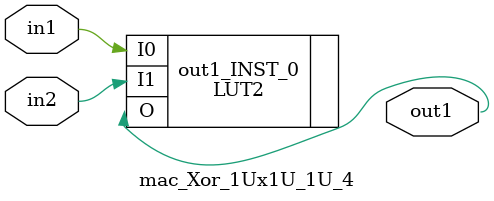
<source format=v>
`timescale 1 ps / 1 ps

(* STRUCTURAL_NETLIST = "yes" *)
module mac_Xor_1Ux1U_1U_4
   (in2,
    in1,
    out1);
  input in2;
  input in1;
  output out1;

  wire in1;
  wire in2;
  wire out1;

  LUT2 #(
    .INIT(4'h6)) 
    out1_INST_0
       (.I0(in1),
        .I1(in2),
        .O(out1));
endmodule


</source>
